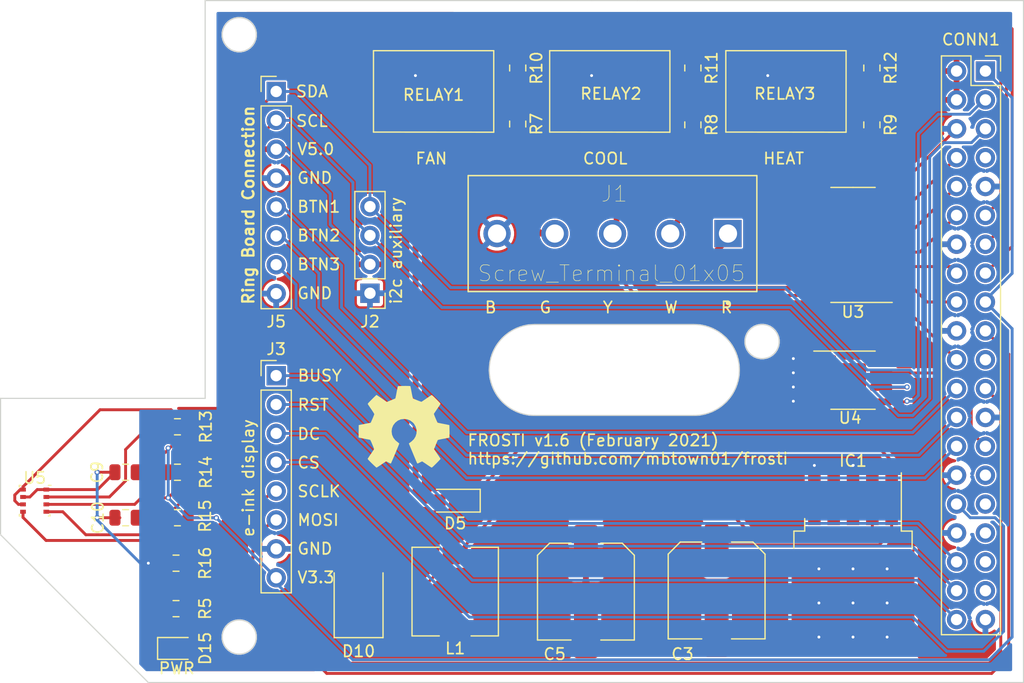
<source format=kicad_pcb>
(kicad_pcb (version 20171130) (host pcbnew "(5.1.5-0-10_14)")
  (title_block (date "15 nov 2012"))
  (layers (0 F.Cu signal) (31 B.Cu signal) (34 B.Paste user) (35 F.Paste user) (36 B.SilkS user) (37 F.SilkS user) (38 B.Mask user) (39 F.Mask user) (44 Edge.Cuts user))
  (net 0 "")
  (net 1 /PWR_3.3V)
  (net 2 /PWR_5V)
  (net 3 "/HVAC_PWR(RED)")
  (net 4 "/HVAC_FAN(GREEN)")
  (net 5 "/HVAC_COOL(YELLOW)")
  (net 6 "/HVAC_HEAT(WHITE)")
  (net 7 GND)
  (net 8 "Net-(R8-Pad2)")
  (net 9 "Net-(R9-Pad2)")
  (net 10 "Net-(R11-Pad1)")
  (net 11 "Net-(R12-Pad1)")
  (net 12 "Net-(C3-Pad1)")
  (net 13 "Net-(D10-Pad1)")
  (net 14 /MAIN_SCL)
  (net 15 /MAIN_SDA)
  (net 16 /MAIN_BTN1)
  (net 17 /MAIN_BTN2)
  (net 18 /MAIN_BTN3)
  (net 19 /MAIN_FAN_FDBK)
  (net 20 /MAIN_COOL_FDBK)
  (net 21 /MAIN_HEAT_FDBK)
  (net 22 /MAIN_FAN_LEFT)
  (net 23 /MAIN_COOL_LEFT)
  (net 24 /MAIN_HEAT_LEFT)
  (net 25 /MAIN_HEAT_RIGHT)
  (net 26 /MAIN_COOL_RIGHT)
  (net 27 /MAIN_FAN_RIGHT)
  (net 28 /MAIN_STRG_WP)
  (net 29 /MAIN_EINK_SCLK)
  (net 30 /MAIN_EINK_MOSI)
  (net 31 /MAIN_EINK_DC)
  (net 32 /MAIN_EINK_BUSY)
  (net 33 /MAIN_EINK_RST)
  (net 34 /MAIN_EINK_CS)
  (net 35 "Net-(D15-Pad1)")
  (net 36 "Net-(R13-Pad2)")
  (net 37 "Net-(R16-Pad1)")
  (net 38 "Net-(R7-Pad2)")
  (net 39 "Net-(R10-Pad1)")
  (module Capacitor_SMD:C_Elec_8x10.2 (layer F.Cu) (at 197.5 172 270)
    (fp_text reference C5 (at 5.5 2.75 180) (layer F.SilkS))
    (fp_text value 100uF/50V)
    (pad 1 smd roundrect (at -3.6 0 270) (size 4.5 2.1) (layers F.Cu F.Paste F.Mask) (roundrect_rratio 0.119048) (net 2 /PWR_5V))
    (pad 2 smd roundrect (at 3.6 0 270) (size 4.5 2.1) (layers F.Cu F.Paste F.Mask) (roundrect_rratio 0.119048) (net 7 GND))
  )
  (module Package_TO_SOT_SMD:TO-263-5_TabPin3 (layer F.Cu) (at 221 169.625001 270)
    (fp_text reference IC1 (at -9.125001 0 180) (layer F.SilkS))
    (fp_text value LM2596S-5)
    (pad 3 smd rect (at 3.375 0 270) (size 9.4 10.8) (layers F.Cu F.Mask) (net 7 GND))
    (pad 5 smd rect (at -5.775 3.4 270) (size 4.6 1.1) (layers F.Cu F.Paste F.Mask) (net 7 GND))
    (pad 4 smd rect (at -5.775 1.7 270) (size 4.6 1.1) (layers F.Cu F.Paste F.Mask) (net 2 /PWR_5V))
    (pad 3 smd rect (at -5.775 0 270) (size 4.6 1.1) (layers F.Cu F.Paste F.Mask) (net 7 GND))
    (pad 2 smd rect (at -5.775 -1.7 270) (size 4.6 1.1) (layers F.Cu F.Paste F.Mask) (net 13 "Net-(D10-Pad1)"))
    (pad 1 smd rect (at -5.775 -3.4 270) (size 4.6 1.1) (layers F.Cu F.Paste F.Mask) (net 12 "Net-(C3-Pad1)"))
  )
  (module Package_SO:SOIC-16_3.9x9.9mm_P1.27mm (layer F.Cu) (at 221 141.5 180)
    (fp_text reference U3 (at 0 -5.9) (layer F.SilkS))
    (fp_text value ULN2003AD)
    (pad 1 smd roundrect (at -2.475 -4.445 180) (size 1.95 0.6) (layers F.Cu F.Paste F.Mask) (net 22 /MAIN_FAN_LEFT))
    (pad 2 smd roundrect (at -2.475 -3.175 180) (size 1.95 0.6) (layers F.Cu F.Paste F.Mask) (net 23 /MAIN_COOL_LEFT))
    (pad 3 smd roundrect (at -2.475 -1.905 180) (size 1.95 0.6) (layers F.Cu F.Paste F.Mask) (net 24 /MAIN_HEAT_LEFT))
    (pad 4 smd roundrect (at -2.475 -0.635 180) (size 1.95 0.6) (layers F.Cu F.Paste F.Mask) (net 25 /MAIN_HEAT_RIGHT))
    (pad 5 smd roundrect (at -2.475 0.635 180) (size 1.95 0.6) (layers F.Cu F.Paste F.Mask) (net 26 /MAIN_COOL_RIGHT))
    (pad 6 smd roundrect (at -2.475 1.905 180) (size 1.95 0.6) (layers F.Cu F.Paste F.Mask) (net 27 /MAIN_FAN_RIGHT))
    (pad 7 smd roundrect (at -2.475 3.175 180) (size 1.95 0.6) (layers F.Cu F.Paste F.Mask))
    (pad 8 smd roundrect (at -2.475 4.445 180) (size 1.95 0.6) (layers F.Cu F.Paste F.Mask) (net 7 GND))
    (pad 9 smd roundrect (at 2.475 4.445 180) (size 1.95 0.6) (layers F.Cu F.Paste F.Mask))
    (pad 10 smd roundrect (at 2.475 3.175 180) (size 1.95 0.6) (layers F.Cu F.Paste F.Mask))
    (pad 11 smd roundrect (at 2.475 1.905 180) (size 1.95 0.6) (layers F.Cu F.Paste F.Mask) (net 39 "Net-(R10-Pad1)"))
    (pad 12 smd roundrect (at 2.475 0.635 180) (size 1.95 0.6) (layers F.Cu F.Paste F.Mask) (net 10 "Net-(R11-Pad1)"))
    (pad 13 smd roundrect (at 2.475 -0.635 180) (size 1.95 0.6) (layers F.Cu F.Paste F.Mask) (net 11 "Net-(R12-Pad1)"))
    (pad 14 smd roundrect (at 2.475 -1.905 180) (size 1.95 0.6) (layers F.Cu F.Paste F.Mask) (net 9 "Net-(R9-Pad2)"))
    (pad 15 smd roundrect (at 2.475 -3.175 180) (size 1.95 0.6) (layers F.Cu F.Paste F.Mask) (net 8 "Net-(R8-Pad2)"))
    (pad 16 smd roundrect (at 2.475 -4.445 180) (size 1.95 0.6) (layers F.Cu F.Paste F.Mask) (net 38 "Net-(R7-Pad2)"))
  )
  (module Connector_PinSocket_2.54mm:PinSocket_2x20_P2.54mm_Vertical (layer F.Cu) (at 232.65 126.2)
    (fp_text reference CONN1 (at -1.27 -2.77) (layer F.SilkS))
    (fp_text value Conn_02x20_Odd_Even)
    (pad 40 thru_hole oval (at -2.54 48.26) (size 1.7 1.7) (drill 1) (layers *.Cu *.Mask) (net 31 /MAIN_EINK_DC))
    (pad 39 thru_hole oval (at 0 48.26) (size 1.7 1.7) (drill 1) (layers *.Cu *.Mask) (net 7 GND))
    (pad 38 thru_hole oval (at -2.54 45.72) (size 1.7 1.7) (drill 1) (layers *.Cu *.Mask) (net 33 /MAIN_EINK_RST))
    (pad 37 thru_hole oval (at 0 45.72) (size 1.7 1.7) (drill 1) (layers *.Cu *.Mask))
    (pad 36 thru_hole oval (at -2.54 43.18) (size 1.7 1.7) (drill 1) (layers *.Cu *.Mask) (net 32 /MAIN_EINK_BUSY))
    (pad 35 thru_hole oval (at 0 43.18) (size 1.7 1.7) (drill 1) (layers *.Cu *.Mask))
    (pad 34 thru_hole oval (at -2.54 40.64) (size 1.7 1.7) (drill 1) (layers *.Cu *.Mask) (net 7 GND))
    (pad 33 thru_hole oval (at 0 40.64) (size 1.7 1.7) (drill 1) (layers *.Cu *.Mask))
    (pad 32 thru_hole oval (at -2.54 38.1) (size 1.7 1.7) (drill 1) (layers *.Cu *.Mask) (net 34 /MAIN_EINK_CS))
    (pad 31 thru_hole oval (at 0 38.1) (size 1.7 1.7) (drill 1) (layers *.Cu *.Mask))
    (pad 30 thru_hole oval (at -2.54 35.56) (size 1.7 1.7) (drill 1) (layers *.Cu *.Mask) (net 7 GND))
    (pad 29 thru_hole oval (at 0 35.56) (size 1.7 1.7) (drill 1) (layers *.Cu *.Mask))
    (pad 28 thru_hole oval (at -2.54 33.02) (size 1.7 1.7) (drill 1) (layers *.Cu *.Mask) (net 18 /MAIN_BTN3))
    (pad 27 thru_hole oval (at 0 33.02) (size 1.7 1.7) (drill 1) (layers *.Cu *.Mask) (net 28 /MAIN_STRG_WP))
    (pad 26 thru_hole oval (at -2.54 30.48) (size 1.7 1.7) (drill 1) (layers *.Cu *.Mask) (net 17 /MAIN_BTN2))
    (pad 25 thru_hole oval (at 0 30.48) (size 1.7 1.7) (drill 1) (layers *.Cu *.Mask) (net 7 GND))
    (pad 24 thru_hole oval (at -2.54 27.94) (size 1.7 1.7) (drill 1) (layers *.Cu *.Mask) (net 16 /MAIN_BTN1))
    (pad 23 thru_hole oval (at 0 27.94) (size 1.7 1.7) (drill 1) (layers *.Cu *.Mask) (net 30 /MAIN_EINK_MOSI))
    (pad 22 thru_hole oval (at -2.54 25.4) (size 1.7 1.7) (drill 1) (layers *.Cu *.Mask) (net 22 /MAIN_FAN_LEFT))
    (pad 21 thru_hole oval (at 0 25.4) (size 1.7 1.7) (drill 1) (layers *.Cu *.Mask))
    (pad 20 thru_hole oval (at -2.54 22.86) (size 1.7 1.7) (drill 1) (layers *.Cu *.Mask) (net 7 GND))
    (pad 19 thru_hole oval (at 0 22.86) (size 1.7 1.7) (drill 1) (layers *.Cu *.Mask) (net 29 /MAIN_EINK_SCLK))
    (pad 18 thru_hole oval (at -2.54 20.32) (size 1.7 1.7) (drill 1) (layers *.Cu *.Mask) (net 23 /MAIN_COOL_LEFT))
    (pad 17 thru_hole oval (at 0 20.32) (size 1.7 1.7) (drill 1) (layers *.Cu *.Mask) (net 1 /PWR_3.3V))
    (pad 16 thru_hole oval (at -2.54 17.78) (size 1.7 1.7) (drill 1) (layers *.Cu *.Mask) (net 24 /MAIN_HEAT_LEFT))
    (pad 15 thru_hole oval (at 0 17.78) (size 1.7 1.7) (drill 1) (layers *.Cu *.Mask) (net 19 /MAIN_FAN_FDBK))
    (pad 14 thru_hole oval (at -2.54 15.24) (size 1.7 1.7) (drill 1) (layers *.Cu *.Mask) (net 7 GND))
    (pad 13 thru_hole oval (at 0 15.24) (size 1.7 1.7) (drill 1) (layers *.Cu *.Mask) (net 20 /MAIN_COOL_FDBK))
    (pad 12 thru_hole oval (at -2.54 12.7) (size 1.7 1.7) (drill 1) (layers *.Cu *.Mask) (net 25 /MAIN_HEAT_RIGHT))
    (pad 11 thru_hole oval (at 0 12.7) (size 1.7 1.7) (drill 1) (layers *.Cu *.Mask) (net 21 /MAIN_HEAT_FDBK))
    (pad 10 thru_hole oval (at -2.54 10.16) (size 1.7 1.7) (drill 1) (layers *.Cu *.Mask) (net 26 /MAIN_COOL_RIGHT))
    (pad 9 thru_hole oval (at 0 10.16) (size 1.7 1.7) (drill 1) (layers *.Cu *.Mask) (net 7 GND))
    (pad 8 thru_hole oval (at -2.54 7.62) (size 1.7 1.7) (drill 1) (layers *.Cu *.Mask) (net 27 /MAIN_FAN_RIGHT))
    (pad 7 thru_hole oval (at 0 7.62) (size 1.7 1.7) (drill 1) (layers *.Cu *.Mask))
    (pad 6 thru_hole oval (at -2.54 5.08) (size 1.7 1.7) (drill 1) (layers *.Cu *.Mask) (net 7 GND))
    (pad 5 thru_hole oval (at 0 5.08) (size 1.7 1.7) (drill 1) (layers *.Cu *.Mask) (net 14 /MAIN_SCL))
    (pad 4 thru_hole oval (at -2.54 2.54) (size 1.7 1.7) (drill 1) (layers *.Cu *.Mask) (net 2 /PWR_5V))
    (pad 3 thru_hole oval (at 0 2.54) (size 1.7 1.7) (drill 1) (layers *.Cu *.Mask) (net 15 /MAIN_SDA))
    (pad 2 thru_hole oval (at -2.54 0) (size 1.7 1.7) (drill 1) (layers *.Cu *.Mask) (net 2 /PWR_5V))
    (pad 1 thru_hole rect (at 0 0) (size 1.7 1.7) (drill 1) (layers *.Cu *.Mask) (net 1 /PWR_3.3V))
  )
  (module project_footprints:oshw-logo-8_silkscreen-front_8mm (layer F.Cu) (at 181.5 157.5)
    (fp_text reference MK1 hide)
    (fp_text value Mounting_Hole-Mechanical hide)
  )
  (module project_footprints:AGQ210A03 (layer F.Cu) (at 214.910001 127.37 180)
    (fp_text reference RELAY3 (at -0.089999 -0.83) (layer F.SilkS))
    (fp_text value HEAT)
    (pad 1 smd roundrect (at -3.9624 2.9464 180) (size 0.8 2.66) (layers F.Cu F.Paste F.Mask) (net 11 "Net-(R12-Pad1)"))
    (pad 2 smd roundrect (at -0.7874 2.9464 180) (size 0.8 2.66) (layers F.Cu F.Paste F.Mask) (net 21 /MAIN_HEAT_FDBK))
    (pad 3 smd roundrect (at 1.4224 2.9464 180) (size 0.8 2.66) (layers F.Cu F.Paste F.Mask) (net 7 GND))
    (pad 4 smd roundrect (at 3.5814 2.9464 180) (size 0.8 2.66) (layers F.Cu F.Paste F.Mask))
    (pad 5 smd roundrect (at 3.5814 -4.2926 180) (size 0.8 2.66) (layers F.Cu F.Paste F.Mask))
    (pad 6 smd roundrect (at 1.397 -4.318 180) (size 0.8 2.66) (layers F.Cu F.Paste F.Mask) (net 3 "/HVAC_PWR(RED)"))
    (pad 7 smd roundrect (at -0.7874 -4.2926 180) (size 0.8 2.66) (layers F.Cu F.Paste F.Mask) (net 6 "/HVAC_HEAT(WHITE)"))
    (pad 8 smd roundrect (at -3.8862 -4.2926 180) (size 0.8 2.66) (layers F.Cu F.Paste F.Mask) (net 9 "Net-(R9-Pad2)"))
  )
  (module project_footprints:AGQ210A03 (layer F.Cu) (at 199.409999 127.37 180)
    (fp_text reference RELAY2 (at -0.290001 -0.83) (layer F.SilkS))
    (fp_text value COOL)
    (pad 1 smd roundrect (at -3.9624 2.9464 180) (size 0.8 2.66) (layers F.Cu F.Paste F.Mask) (net 10 "Net-(R11-Pad1)"))
    (pad 2 smd roundrect (at -0.7874 2.9464 180) (size 0.8 2.66) (layers F.Cu F.Paste F.Mask) (net 20 /MAIN_COOL_FDBK))
    (pad 3 smd roundrect (at 1.4224 2.9464 180) (size 0.8 2.66) (layers F.Cu F.Paste F.Mask) (net 7 GND))
    (pad 4 smd roundrect (at 3.5814 2.9464 180) (size 0.8 2.66) (layers F.Cu F.Paste F.Mask))
    (pad 5 smd roundrect (at 3.5814 -4.2926 180) (size 0.8 2.66) (layers F.Cu F.Paste F.Mask))
    (pad 6 smd roundrect (at 1.397 -4.318 180) (size 0.8 2.66) (layers F.Cu F.Paste F.Mask) (net 3 "/HVAC_PWR(RED)"))
    (pad 7 smd roundrect (at -0.7874 -4.2926 180) (size 0.8 2.66) (layers F.Cu F.Paste F.Mask) (net 5 "/HVAC_COOL(YELLOW)"))
    (pad 8 smd roundrect (at -3.8862 -4.2926 180) (size 0.8 2.66) (layers F.Cu F.Paste F.Mask) (net 8 "Net-(R8-Pad2)"))
  )
  (module project_footprints:AGQ210A03 (layer F.Cu) (at 183.91 127.37 180)
    (fp_text reference RELAY1 (at -0.19 -0.93) (layer F.SilkS))
    (fp_text value FAN)
    (pad 1 smd roundrect (at -3.9624 2.9464 180) (size 0.8 2.66) (layers F.Cu F.Paste F.Mask) (net 39 "Net-(R10-Pad1)"))
    (pad 2 smd roundrect (at -0.7874 2.9464 180) (size 0.8 2.66) (layers F.Cu F.Paste F.Mask) (net 19 /MAIN_FAN_FDBK))
    (pad 3 smd roundrect (at 1.4224 2.9464 180) (size 0.8 2.66) (layers F.Cu F.Paste F.Mask) (net 7 GND))
    (pad 4 smd roundrect (at 3.5814 2.9464 180) (size 0.8 2.66) (layers F.Cu F.Paste F.Mask))
    (pad 5 smd roundrect (at 3.5814 -4.2926 180) (size 0.8 2.66) (layers F.Cu F.Paste F.Mask))
    (pad 6 smd roundrect (at 1.397 -4.318 180) (size 0.8 2.66) (layers F.Cu F.Paste F.Mask) (net 3 "/HVAC_PWR(RED)"))
    (pad 7 smd roundrect (at -0.7874 -4.2926 180) (size 0.8 2.66) (layers F.Cu F.Paste F.Mask) (net 4 "/HVAC_FAN(GREEN)"))
    (pad 8 smd roundrect (at -3.8862 -4.2926 180) (size 0.8 2.66) (layers F.Cu F.Paste F.Mask) (net 38 "Net-(R7-Pad2)"))
  )
  (module Connector_PinHeader_2.54mm:PinHeader_1x08_P2.54mm_Vertical (layer F.Cu) (at 170.25 153)
    (fp_text reference J3 (at 0 -2.33) (layer F.SilkS))
    (fp_text value "E-PAPER DISPLAY")
    (pad 8 thru_hole oval (at 0 17.78) (size 1.7 1.7) (drill 1) (layers *.Cu *.Mask) (net 1 /PWR_3.3V))
    (pad 7 thru_hole oval (at 0 15.24) (size 1.7 1.7) (drill 1) (layers *.Cu *.Mask) (net 7 GND))
    (pad 6 thru_hole oval (at 0 12.7) (size 1.7 1.7) (drill 1) (layers *.Cu *.Mask) (net 30 /MAIN_EINK_MOSI))
    (pad 5 thru_hole oval (at 0 10.16) (size 1.7 1.7) (drill 1) (layers *.Cu *.Mask) (net 29 /MAIN_EINK_SCLK))
    (pad 4 thru_hole oval (at 0 7.62) (size 1.7 1.7) (drill 1) (layers *.Cu *.Mask) (net 34 /MAIN_EINK_CS))
    (pad 3 thru_hole oval (at 0 5.08) (size 1.7 1.7) (drill 1) (layers *.Cu *.Mask) (net 31 /MAIN_EINK_DC))
    (pad 2 thru_hole oval (at 0 2.54) (size 1.7 1.7) (drill 1) (layers *.Cu *.Mask) (net 33 /MAIN_EINK_RST))
    (pad 1 thru_hole rect (at 0 0) (size 1.7 1.7) (drill 1) (layers *.Cu *.Mask) (net 32 /MAIN_EINK_BUSY))
  )
  (module Package_SO:SOIC-8-1EP_3.9x4.9mm_P1.27mm_EP2.29x3mm (layer F.Cu) (at 221 153.4)
    (fp_text reference U4 (at -0.25 3.32) (layer F.SilkS))
    (fp_text value CAT24C256)
    (pad 9 smd roundrect (at 0 0) (size 2.29 3) (layers F.Cu F.Mask) (roundrect_rratio 0.10917))
    (pad 1 smd roundrect (at -2.475 -1.905) (size 1.95 0.6) (layers F.Cu F.Paste F.Mask) (net 7 GND))
    (pad 2 smd roundrect (at -2.475 -0.635) (size 1.95 0.6) (layers F.Cu F.Paste F.Mask) (net 7 GND))
    (pad 3 smd roundrect (at -2.475 0.635) (size 1.95 0.6) (layers F.Cu F.Paste F.Mask) (net 7 GND))
    (pad 4 smd roundrect (at -2.475 1.905) (size 1.95 0.6) (layers F.Cu F.Paste F.Mask) (net 7 GND))
    (pad 5 smd roundrect (at 2.475 1.905) (size 1.95 0.6) (layers F.Cu F.Paste F.Mask) (net 15 /MAIN_SDA))
    (pad 6 smd roundrect (at 2.475 0.635) (size 1.95 0.6) (layers F.Cu F.Paste F.Mask) (net 14 /MAIN_SCL))
    (pad 7 smd roundrect (at 2.475 -0.635) (size 1.95 0.6) (layers F.Cu F.Paste F.Mask) (net 28 /MAIN_STRG_WP))
    (pad 8 smd roundrect (at 2.475 -1.905) (size 1.95 0.6) (layers F.Cu F.Paste F.Mask) (net 2 /PWR_5V))
  )
  (module Inductor_SMD:L_Wuerth_WE-PD-Typ-M-Typ-S (layer F.Cu) (at 186 172 270)
    (fp_text reference L1 (at 5 0 180) (layer F.SilkS))
    (fp_text value 150uH)
    (pad 2 smd rect (at 3.2 0 270) (size 1.6 2.2) (layers F.Cu F.Paste F.Mask) (net 2 /PWR_5V))
    (pad 1 smd rect (at -3.2 0 270) (size 1.6 2.2) (layers F.Cu F.Paste F.Mask) (net 13 "Net-(D10-Pad1)"))
  )
  (module Connector_PinHeader_2.54mm:PinHeader_1x08_P2.54mm_Vertical (layer F.Cu) (at 170.25 128)
    (fp_text reference J5 (at 0 20.25) (layer F.SilkS))
    (fp_text value "MAIN BOARD")
    (pad 1 thru_hole rect (at 0 0) (size 1.7 1.7) (drill 1) (layers *.Cu *.Mask) (net 15 /MAIN_SDA))
    (pad 2 thru_hole oval (at 0 2.54) (size 1.7 1.7) (drill 1) (layers *.Cu *.Mask) (net 14 /MAIN_SCL))
    (pad 3 thru_hole oval (at 0 5.08) (size 1.7 1.7) (drill 1) (layers *.Cu *.Mask) (net 2 /PWR_5V))
    (pad 4 thru_hole oval (at 0 7.62) (size 1.7 1.7) (drill 1) (layers *.Cu *.Mask) (net 7 GND))
    (pad 5 thru_hole oval (at 0 10.16) (size 1.7 1.7) (drill 1) (layers *.Cu *.Mask) (net 16 /MAIN_BTN1))
    (pad 6 thru_hole oval (at 0 12.7) (size 1.7 1.7) (drill 1) (layers *.Cu *.Mask) (net 17 /MAIN_BTN2))
    (pad 7 thru_hole oval (at 0 15.24) (size 1.7 1.7) (drill 1) (layers *.Cu *.Mask) (net 18 /MAIN_BTN3))
    (pad 8 thru_hole oval (at 0 17.78) (size 1.7 1.7) (drill 1) (layers *.Cu *.Mask) (net 7 GND))
  )
  (module Resistor_SMD:R_0805_2012Metric (layer F.Cu) (at 161.4375 173.5 180)
    (fp_text reference R5 (at -2.5625 0 90) (layer F.SilkS))
    (fp_text value 7.3k)
    (pad 2 smd roundrect (at 0.9375 0 180) (size 0.975 1.4) (layers F.Cu F.Paste F.Mask) (net 35 "Net-(D15-Pad1)"))
    (pad 1 smd roundrect (at -0.9375 0 180) (size 0.975 1.4) (layers F.Cu F.Paste F.Mask) (net 7 GND))
  )
  (module Resistor_SMD:R_0805_2012Metric (layer F.Cu) (at 222.66 125.932499 270)
    (fp_text reference R12 (at 0 -1.65 90) (layer F.SilkS))
    (fp_text value 64)
    (pad 1 smd roundrect (at -0.9375 0 270) (size 0.975 1.4) (layers F.Cu F.Paste F.Mask) (net 11 "Net-(R12-Pad1)"))
    (pad 2 smd roundrect (at 0.9375 0 270) (size 0.975 1.4) (layers F.Cu F.Paste F.Mask) (net 2 /PWR_5V))
  )
  (module Resistor_SMD:R_0805_2012Metric (layer F.Cu) (at 206.91 125.932499 270)
    (fp_text reference R11 (at 0 -1.65 90) (layer F.SilkS))
    (fp_text value 64)
    (pad 1 smd roundrect (at -0.9375 0 270) (size 0.975 1.4) (layers F.Cu F.Paste F.Mask) (net 10 "Net-(R11-Pad1)"))
    (pad 2 smd roundrect (at 0.9375 0 270) (size 0.975 1.4) (layers F.Cu F.Paste F.Mask) (net 2 /PWR_5V))
  )
  (module Resistor_SMD:R_0805_2012Metric (layer F.Cu) (at 191.5 125.932499 270)
    (fp_text reference R10 (at 0 -1.65 90) (layer F.SilkS))
    (fp_text value 64)
    (pad 2 smd roundrect (at 0.9375 0 270) (size 0.975 1.4) (layers F.Cu F.Paste F.Mask) (net 2 /PWR_5V))
    (pad 1 smd roundrect (at -0.9375 0 270) (size 0.975 1.4) (layers F.Cu F.Paste F.Mask) (net 39 "Net-(R10-Pad1)"))
  )
  (module Resistor_SMD:R_0805_2012Metric (layer F.Cu) (at 222.66 130.932499 270)
    (fp_text reference R9 (at 0 -1.65 90) (layer F.SilkS))
    (fp_text value 64)
    (pad 1 smd roundrect (at -0.9375 0 270) (size 0.975 1.4) (layers F.Cu F.Paste F.Mask) (net 2 /PWR_5V))
    (pad 2 smd roundrect (at 0.9375 0 270) (size 0.975 1.4) (layers F.Cu F.Paste F.Mask) (net 9 "Net-(R9-Pad2)"))
  )
  (module Resistor_SMD:R_0805_2012Metric (layer F.Cu) (at 206.91 130.932499 270)
    (fp_text reference R8 (at 0 -1.65 90) (layer F.SilkS))
    (fp_text value 64)
    (pad 1 smd roundrect (at -0.9375 0 270) (size 0.975 1.4) (layers F.Cu F.Paste F.Mask) (net 2 /PWR_5V))
    (pad 2 smd roundrect (at 0.9375 0 270) (size 0.975 1.4) (layers F.Cu F.Paste F.Mask) (net 8 "Net-(R8-Pad2)"))
  )
  (module Resistor_SMD:R_0805_2012Metric (layer F.Cu) (at 191.5 130.8625 270)
    (fp_text reference R7 (at 0 -1.65 90) (layer F.SilkS))
    (fp_text value 64)
    (pad 2 smd roundrect (at 0.9375 0 270) (size 0.975 1.4) (layers F.Cu F.Paste F.Mask) (net 38 "Net-(R7-Pad2)"))
    (pad 1 smd roundrect (at -0.9375 0 270) (size 0.975 1.4) (layers F.Cu F.Paste F.Mask) (net 2 /PWR_5V))
  )
  (module Resistor_SMD:R_0805_2012Metric (layer F.Cu) (at 161.562499 157.499999 180)
    (fp_text reference R13 (at -2.5 0 270) (layer F.SilkS))
    (fp_text value 10k)
    (pad 2 smd roundrect (at 0.9375 0 180) (size 0.975 1.4) (layers F.Cu F.Paste F.Mask) (net 36 "Net-(R13-Pad2)"))
    (pad 1 smd roundrect (at -0.9375 0 180) (size 0.975 1.4) (layers F.Cu F.Paste F.Mask) (net 1 /PWR_3.3V))
  )
  (module Connector_PinHeader_2.54mm:PinHeader_1x04_P2.54mm_Vertical (layer F.Cu) (at 178.5 145.75 180)
    (fp_text reference J2 (at 0 -2.5) (layer F.SilkS))
    (fp_text value Conn_01x04)
    (pad 1 thru_hole rect (at 0 0 180) (size 1.7 1.7) (drill 1) (layers *.Cu *.Mask) (net 7 GND))
    (pad 2 thru_hole oval (at 0 2.54 180) (size 1.7 1.7) (drill 1) (layers *.Cu *.Mask) (net 2 /PWR_5V))
    (pad 3 thru_hole oval (at 0 5.08 180) (size 1.7 1.7) (drill 1) (layers *.Cu *.Mask) (net 14 /MAIN_SCL))
    (pad 4 thru_hole oval (at 0 7.62 180) (size 1.7 1.7) (drill 1) (layers *.Cu *.Mask) (net 15 /MAIN_SDA))
  )
  (module Package_LGA:Bosch_LGA-8_2.5x2.5mm_P0.65mm_ClockwisePinNumbering (layer F.Cu) (at 149 164 270)
    (fp_text reference U5 (at -2 0 180) (layer F.SilkS))
    (fp_text value BME280)
    (pad 5 smd rect (at 0.975 1.025) (size 0.5 0.35) (layers F.Cu F.Paste F.Mask) (net 37 "Net-(R16-Pad1)"))
    (pad 6 smd rect (at 0.325 1.025) (size 0.5 0.35) (layers F.Cu F.Paste F.Mask) (net 1 /PWR_3.3V))
    (pad 7 smd rect (at -0.325 1.025) (size 0.5 0.35) (layers F.Cu F.Paste F.Mask) (net 7 GND))
    (pad 8 smd rect (at -0.975 1.025) (size 0.5 0.35) (layers F.Cu F.Paste F.Mask) (net 1 /PWR_3.3V))
    (pad 1 smd rect (at -0.975 -1.025) (size 0.5 0.35) (layers F.Cu F.Paste F.Mask) (net 7 GND))
    (pad 2 smd rect (at -0.325 -1.025) (size 0.5 0.35) (layers F.Cu F.Paste F.Mask) (net 36 "Net-(R13-Pad2)"))
    (pad 3 smd rect (at 0.325 -1.025) (size 0.5 0.35) (layers F.Cu F.Paste F.Mask) (net 15 /MAIN_SDA))
    (pad 4 smd rect (at 0.975 -1.025) (size 0.5 0.35) (layers F.Cu F.Paste F.Mask) (net 14 /MAIN_SCL))
  )
  (module project_footprints:CUI_TB004-508-05BE (layer F.Cu) (at 210 140.5 180)
    (fp_text reference J1 (at 10 3.5) (layer F.SilkS) (effects (font (size 1.4 1.4) (thickness 0.05))))
    (fp_text value Screw_Terminal_01x05 (at 10.25 -3.5) (layer F.SilkS) (effects (font (size 1.4 1.4) (thickness 0.05))))
    (pad 5 thru_hole circle (at 20.32 0 180) (size 2.4 2.4) (drill 1.6) (layers *.Cu *.Mask) (net 7 GND))
    (pad 4 thru_hole circle (at 15.24 0 180) (size 2.4 2.4) (drill 1.6) (layers *.Cu *.Mask) (net 4 "/HVAC_FAN(GREEN)"))
    (pad 3 thru_hole circle (at 10.16 0 180) (size 2.4 2.4) (drill 1.6) (layers *.Cu *.Mask) (net 5 "/HVAC_COOL(YELLOW)"))
    (pad 2 thru_hole circle (at 5.08 0 180) (size 2.4 2.4) (drill 1.6) (layers *.Cu *.Mask) (net 6 "/HVAC_HEAT(WHITE)"))
    (pad 1 thru_hole rect (at 0 0 180) (size 2.4 2.4) (drill 1.6) (layers *.Cu *.Mask) (net 3 "/HVAC_PWR(RED)"))
  )
  (module LED_SMD:LED_0805_2012Metric (layer F.Cu) (at 161.5 177)
    (fp_text reference D15 (at 2.5 0 90) (layer F.SilkS))
    (fp_text value Green)
    (pad 2 smd roundrect (at 0.9375 0) (size 0.975 1.4) (layers F.Cu F.Paste F.Mask) (net 2 /PWR_5V))
    (pad 1 smd roundrect (at -0.9375 0) (size 0.975 1.4) (layers F.Cu F.Paste F.Mask) (net 35 "Net-(D15-Pad1)"))
  )
  (module Diode_SMD:D_SMB (layer F.Cu) (at 177.5 172.5 90)
    (fp_text reference D10 (at -4.75 0 180) (layer F.SilkS))
    (fp_text value SS24)
    (pad 1 smd rect (at -2.15 0 90) (size 2.5 2.3) (layers F.Cu F.Paste F.Mask) (net 13 "Net-(D10-Pad1)"))
    (pad 2 smd rect (at 2.15 0 90) (size 2.5 2.3) (layers F.Cu F.Paste F.Mask) (net 7 GND))
  )
  (module Diode_SMD:D_SOD-123F (layer F.Cu) (at 186 164 180)
    (fp_text reference D5 (at 0 -2) (layer F.SilkS))
    (fp_text value S1A)
    (pad 2 smd rect (at 1.4 0 180) (size 1.1 1.1) (layers F.Cu F.Paste F.Mask) (net 3 "/HVAC_PWR(RED)"))
    (pad 1 smd rect (at -1.4 0 180) (size 1.1 1.1) (layers F.Cu F.Paste F.Mask) (net 12 "Net-(C3-Pad1)"))
  )
  (module Capacitor_SMD:C_Elec_8x10.2 (layer F.Cu) (at 209 171.9 270)
    (fp_text reference C3 (at 5.6 3 180) (layer F.SilkS))
    (fp_text value 100uF/50V)
    (pad 1 smd roundrect (at -3.6 0 270) (size 4.5 2.1) (layers F.Cu F.Paste F.Mask) (roundrect_rratio 0.119048) (net 12 "Net-(C3-Pad1)"))
    (pad 2 smd roundrect (at 3.6 0 270) (size 4.5 2.1) (layers F.Cu F.Paste F.Mask) (roundrect_rratio 0.119048) (net 7 GND))
  )
  (module Resistor_SMD:R_0805_2012Metric (layer F.Cu) (at 161.562499 165.499999 180)
    (fp_text reference R15 (at -2.4375 0.15 270) (layer F.SilkS))
    (fp_text value 10k)
    (pad 2 smd roundrect (at 0.9375 0 180) (size 0.975 1.4) (layers F.Cu F.Paste F.Mask) (net 14 /MAIN_SCL))
    (pad 1 smd roundrect (at -0.9375 0 180) (size 0.975 1.4) (layers F.Cu F.Paste F.Mask) (net 1 /PWR_3.3V))
  )
  (module Resistor_SMD:R_0805_2012Metric (layer F.Cu) (at 161.562501 161.499999 180)
    (fp_text reference R14 (at -2.5 0 270) (layer F.SilkS))
    (fp_text value 10k)
    (pad 2 smd roundrect (at 0.9375 0 180) (size 0.975 1.4) (layers F.Cu F.Paste F.Mask) (net 15 /MAIN_SDA))
    (pad 1 smd roundrect (at -0.9375 0 180) (size 0.975 1.4) (layers F.Cu F.Paste F.Mask) (net 1 /PWR_3.3V))
  )
  (module Resistor_SMD:R_0805_2012Metric (layer F.Cu) (at 161.4375 169.5 180)
    (fp_text reference R16 (at -2.5625 0 270) (layer F.SilkS))
    (fp_text value 10k)
    (pad 2 smd roundrect (at 0.9375 0 180) (size 0.975 1.4) (layers F.Cu F.Paste F.Mask) (net 7 GND))
    (pad 1 smd roundrect (at -0.9375 0 180) (size 0.975 1.4) (layers F.Cu F.Paste F.Mask) (net 37 "Net-(R16-Pad1)"))
  )
  (module Capacitor_SMD:C_0805_2012Metric (layer F.Cu) (at 157 165.5 180)
    (fp_text reference C10 (at 2.4375 0 270) (layer F.SilkS))
    (fp_text value 100nF)
    (pad 1 smd roundrect (at -0.9375 0 180) (size 0.975 1.4) (layers F.Cu F.Paste F.Mask) (net 1 /PWR_3.3V))
    (pad 2 smd roundrect (at 0.9375 0 180) (size 0.975 1.4) (layers F.Cu F.Paste F.Mask) (net 7 GND))
  )
  (module Capacitor_SMD:C_0805_2012Metric (layer F.Cu) (at 157 161.5 180)
    (fp_text reference C9 (at 2.5 0 270) (layer F.SilkS))
    (fp_text value 1uF)
    (pad 1 smd roundrect (at -0.9375 0 180) (size 0.975 1.4) (layers F.Cu F.Paste F.Mask) (net 1 /PWR_3.3V))
    (pad 2 smd roundrect (at 0.9375 0 180) (size 0.975 1.4) (layers F.Cu F.Paste F.Mask) (net 7 GND))
  )
  (gr_line (start 202 180) (end 198.000002 180) (layer Edge.Cuts) (width 0.1))
  (gr_line (start 236 148) (end 236 151.999998) (layer Edge.Cuts) (width 0.1))
  (gr_line (start 202 120) (end 197.999999 120) (layer Edge.Cuts) (width 0.1))
  (gr_text HEAT (at 214.9 133.9) (layer F.SilkS) (effects (font (size 1 1))))
  (gr_text COOL (at 199.2 133.9) (layer F.SilkS) (effects (font (size 1 1))))
  (gr_text FAN (at 183.9 133.9) (layer F.SilkS) (effects (font (size 1 1))))
  (gr_text "FROSTI v1.6 (February 2021)\nhttps://github.com/mbtown01/frosti\n" (at 187 159.5) (layer F.SilkS) (effects (font (size 1 1)) (justify left)))
  (gr_circle (center 213 150) (end 214.5 150) (layer Edge.Cuts) (width 0.1))
  (gr_text "Ring Board Connection" (at 167.8 138 90) (layer F.SilkS) (effects (font (size 1 1) (thickness 0.2))))
  (gr_arc (start 193 152.5) (end 193 148.5) (angle -180) (layer Edge.Cuts) (width 0.1))
  (gr_arc (start 207 152.5) (end 207 156.5) (angle -180) (layer Edge.Cuts) (width 0.1))
  (gr_line (start 193 156.5) (end 207 156.5) (layer Edge.Cuts) (width 0.1))
  (gr_line (start 193 148.5) (end 207 148.5) (layer Edge.Cuts) (width 0.1))
  (gr_text "B     G      Y      W     R" (at 199.5 147) (layer F.SilkS) (effects (font (size 1 1))))
  (gr_text BTN3 (at 174 143.214284) (layer F.SilkS) (effects (font (size 1 1))))
  (gr_text BTN2 (at 174 140.67857) (layer F.SilkS) (effects (font (size 1 1))))
  (gr_text BTN1 (at 174 138.142856) (layer F.SilkS) (effects (font (size 1 1))))
  (gr_text GND (at 173.642857 145.75) (layer F.SilkS) (effects (font (size 1 1))))
  (gr_text GND (at 173.642857 135.607142) (layer F.SilkS) (effects (font (size 1 1))))
  (gr_text V5.0 (at 173.738095 133.071428) (layer F.SilkS) (effects (font (size 1 1))))
  (gr_text SDA (at 173.4 128) (layer F.SilkS) (effects (font (size 1 1))))
  (gr_text SCL (at 173.4 130.6) (layer F.SilkS) (effects (font (size 1 1))))
  (gr_text V3.3 (at 173.75 170.75) (layer F.SilkS) (effects (font (size 1 1))))
  (gr_text GND (at 173.654762 168.226784) (layer F.SilkS) (effects (font (size 1 1))))
  (gr_text MOSI (at 173.940477 165.70357) (layer F.SilkS) (effects (font (size 1 1))))
  (gr_text SCLK (at 174.011905 163.180356) (layer F.SilkS) (effects (font (size 1 1))))
  (gr_text CS (at 173.107143 160.657142) (layer F.SilkS) (effects (font (size 1 1))))
  (gr_text DC (at 173.130953 158.133928) (layer F.SilkS) (effects (font (size 1 1))))
  (gr_text RST (at 173.513096 155.573214) (layer F.SilkS) (effects (font (size 1 1))))
  (gr_text BUSY (at 174.084524 153) (layer F.SilkS) (effects (font (size 1 1))))
  (gr_circle (center 167 176) (end 168.5 176) (layer Edge.Cuts) (width 0.1))
  (gr_circle (center 167 123) (end 168.5 123) (layer Edge.Cuts) (width 0.1))
  (gr_line (start 236 148) (end 236 120) (layer Edge.Cuts) (width 0.1))
  (gr_line (start 236 180) (end 236 151.999998) (layer Edge.Cuts) (width 0.1))
  (gr_line (start 159 180) (end 164 180) (layer Edge.Cuts) (width 0.1))
  (gr_line (start 146 167) (end 159 180) (layer Edge.Cuts) (width 0.1))
  (gr_line (start 146 155) (end 146 167) (layer Edge.Cuts) (width 0.1))
  (gr_line (start 164 155) (end 146 155) (layer Edge.Cuts) (width 0.1))
  (gr_line (start 164 120) (end 164 155) (layer Edge.Cuts) (width 0.1))
  (gr_text "e-ink display" (at 167.8 162 90) (layer F.SilkS) (effects (font (size 1 1))))
  (gr_line (start 164 180) (end 198.000002 180) (layer Edge.Cuts) (width 0.1))
  (gr_line (start 197.999999 120) (end 164 120) (layer Edge.Cuts) (width 0.1))
  (gr_line (start 236 120) (end 202 120) (layer Edge.Cuts) (width 0.1))
  (gr_line (start 202 180) (end 236 180) (layer Edge.Cuts) (width 0.1))
  (gr_text "i2c auxiliary" (at 180.8 142 90) (layer F.SilkS) (effects (font (size 1 1))))
  (gr_text PWR (at 161.5 178.75) (layer F.SilkS) (effects (font (size 1 1))))
  (via (at 160.75 159.375) (size 0.4572) (drill 0.254) (layers F.Cu B.Cu) (net 1))
  (via (at 160.75 163.75) (size 0.4572) (drill 0.254) (layers F.Cu B.Cu) (net 1))
  (segment (start 162.499999 165.499999) (end 164.969999 165.499999) (width 0.254) (layer F.Cu) (net 1))
  (segment (start 162.500001 161.499999) (end 162.500001 161.999999) (width 0.254) (layer F.Cu) (net 1))
  (segment (start 162.500001 161.999999) (end 160.75 163.75) (width 0.254) (layer F.Cu) (net 1))
  (segment (start 160.75 163.75) (end 160.75 159.375) (width 0.254) (layer B.Cu) (net 1))
  (segment (start 160.875 159.375) (end 160.5 159.75) (width 0.254) (layer F.Cu) (net 1))
  (segment (start 162.500001 157.500001) (end 162.499999 157.499999) (width 0.254) (layer F.Cu) (net 1))
  (segment (start 162.499999 161.500001) (end 162.500001 161.499999) (width 0.254) (layer F.Cu) (net 1))
  (segment (start 160.5 159.75) (end 159.6875 159.75) (width 0.254) (layer F.Cu) (net 1))
  (segment (start 159.6875 159.75) (end 157.9375 161.5) (width 0.254) (layer F.Cu) (net 1))
  (segment (start 162.499999 157.750001) (end 160.875 159.375) (width 0.254) (layer F.Cu) (net 1))
  (segment (start 162.499999 157.499999) (end 162.499999 157.750001) (width 0.254) (layer F.Cu) (net 1))
  (segment (start 154.75 156) (end 161 156) (width 0.254) (layer F.Cu) (net 1))
  (segment (start 161 156) (end 162.499999 157.499999) (width 0.254) (layer F.Cu) (net 1))
  (segment (start 162.500001 165.499997) (end 162.499999 165.499999) (width 0.254) (layer F.Cu) (net 1))
  (segment (start 162.499999 161.499997) (end 162.500001 161.499999) (width 0.254) (layer F.Cu) (net 1))
  (segment (start 160.75 163.75) (end 159.6875 163.75) (width 0.254) (layer F.Cu) (net 1))
  (segment (start 159.6875 163.75) (end 157.9375 165.5) (width 0.254) (layer F.Cu) (net 1))
  (segment (start 147.975 162.775) (end 154.75 156) (width 0.254) (layer F.Cu) (net 1))
  (segment (start 147.975 163.025) (end 147.975 162.775) (width 0.254) (layer F.Cu) (net 1))
  (segment (start 147.25 164) (end 147.575 164.325) (width 0.254) (layer F.Cu) (net 1))
  (segment (start 147.575 164.325) (end 147.975 164.325) (width 0.254) (layer F.Cu) (net 1))
  (segment (start 147.25 163.5) (end 147.25 164) (width 0.254) (layer F.Cu) (net 1))
  (segment (start 147.725 163.025) (end 147.25 163.5) (width 0.254) (layer F.Cu) (net 1))
  (segment (start 147.975 163.025) (end 147.725 163.025) (width 0.254) (layer F.Cu) (net 1))
  (segment (start 164.969999 165.499999) (end 164.985 165.515) (width 0.254) (layer F.Cu) (net 1))
  (segment (start 232.65 146.52) (end 232.65 146.35) (width 0.254) (layer B.Cu) (net 1))
  (segment (start 232.65 146.35) (end 235 144) (width 0.254) (layer B.Cu) (net 1))
  (segment (start 235 128.55) (end 232.65 126.2) (width 0.254) (layer B.Cu) (net 1))
  (segment (start 235 144) (end 235 128.55) (width 0.254) (layer B.Cu) (net 1))
  (via (at 164.985 165.515) (size 0.4572) (drill 0.254) (layers F.Cu B.Cu) (net 1))
  (segment (start 162.515 165.515) (end 160.75 163.75) (width 0.254) (layer B.Cu) (net 1))
  (segment (start 164.985 165.515) (end 162.515 165.515) (width 0.254) (layer B.Cu) (net 1))
  (segment (start 235 176) (end 235 148.87) (width 0.254) (layer B.Cu) (net 1))
  (segment (start 233 178) (end 235 176) (width 0.254) (layer B.Cu) (net 1))
  (segment (start 177 178) (end 233 178) (width 0.254) (layer B.Cu) (net 1))
  (segment (start 235 148.87) (end 232.65 146.52) (width 0.254) (layer B.Cu) (net 1))
  (segment (start 170.25 171.25) (end 177 178) (width 0.254) (layer B.Cu) (net 1))
  (segment (start 170.25 170.78) (end 170.25 171.25) (width 0.254) (layer B.Cu) (net 1))
  (segment (start 170.25 170.78) (end 164.985 165.515) (width 0.254) (layer B.Cu) (net 1))
  (segment (start 170.25 133.08) (end 171.08 133.08) (width 0.254) (layer B.Cu) (net 2))
  (segment (start 171.08 133.08) (end 175 137) (width 0.254) (layer B.Cu) (net 2))
  (segment (start 175 139.71) (end 178.5 143.21) (width 0.254) (layer B.Cu) (net 2))
  (segment (start 175 137) (end 175 139.71) (width 0.254) (layer B.Cu) (net 2))
  (segment (start 198.012999 131.688) (end 198.012999 130.812999) (width 0.508) (layer F.Cu) (net 3))
  (segment (start 210 140.5) (end 210 141) (width 0.508) (layer F.Cu) (net 3))
  (segment (start 210 141) (end 208.2 142.8) (width 0.508) (layer F.Cu) (net 3))
  (segment (start 208.2 142.8) (end 203.8 142.8) (width 0.508) (layer F.Cu) (net 3))
  (segment (start 203.8 142.8) (end 202.8 141.8) (width 0.508) (layer F.Cu) (net 3))
  (segment (start 202.8 141.8) (end 202.8 139) (width 0.508) (layer F.Cu) (net 3))
  (segment (start 202.8 139) (end 209.4 132.4) (width 0.508) (layer F.Cu) (net 3))
  (segment (start 182.513 131.688) (end 182.513 130.287) (width 0.508) (layer F.Cu) (net 3))
  (segment (start 182.513 130.287) (end 183.9 128.9) (width 0.508) (layer F.Cu) (net 3))
  (segment (start 213.513001 130.013001) (end 213.513001 131.688) (width 0.508) (layer F.Cu) (net 3))
  (segment (start 212.4 128.9) (end 213.513001 130.013001) (width 0.508) (layer F.Cu) (net 3))
  (segment (start 209.4 129.2) (end 209.1 128.9) (width 0.508) (layer F.Cu) (net 3))
  (segment (start 209.4 132.4) (end 209.4 129.2) (width 0.508) (layer F.Cu) (net 3))
  (segment (start 209.1 128.9) (end 212.4 128.9) (width 0.508) (layer F.Cu) (net 3))
  (segment (start 198.012999 128.912999) (end 198 128.9) (width 0.508) (layer F.Cu) (net 3))
  (segment (start 198.012999 131.688) (end 198.012999 128.912999) (width 0.508) (layer F.Cu) (net 3))
  (segment (start 198 128.9) (end 209.1 128.9) (width 0.508) (layer F.Cu) (net 3))
  (segment (start 183.9 128.9) (end 198 128.9) (width 0.508) (layer F.Cu) (net 3))
  (segment (start 184.6 164) (end 184.6 164.2) (width 0.508) (layer F.Cu) (net 3))
  (segment (start 184.6 164) (end 183.3 164) (width 0.508) (layer F.Cu) (net 3))
  (segment (start 182.513 163.213) (end 182.513 131.688) (width 0.508) (layer F.Cu) (net 3))
  (segment (start 183.3 164) (end 182.513 163.213) (width 0.508) (layer F.Cu) (net 3))
  (segment (start 193.5348 140.5) (end 184.6974 131.6626) (width 0.508) (layer F.Cu) (net 4))
  (segment (start 194.76 140.5) (end 193.5348 140.5) (width 0.508) (layer F.Cu) (net 4))
  (segment (start 199.84 140.5) (end 199.84 140.26) (width 0.508) (layer F.Cu) (net 5))
  (segment (start 200.197399 139.902601) (end 200.197399 131.6626) (width 0.508) (layer F.Cu) (net 5))
  (segment (start 199.84 140.26) (end 200.197399 139.902601) (width 0.508) (layer F.Cu) (net 5))
  (segment (start 204.92 140.5) (end 204.92 140.08) (width 0.508) (layer F.Cu) (net 6))
  (segment (start 204.92 140.08) (end 209 136) (width 0.508) (layer F.Cu) (net 6))
  (segment (start 209 136) (end 214 136) (width 0.508) (layer F.Cu) (net 6))
  (segment (start 215.697401 134.302599) (end 215.697401 131.6626) (width 0.508) (layer F.Cu) (net 6))
  (segment (start 214 136) (end 215.697401 134.302599) (width 0.508) (layer F.Cu) (net 6))
  (via (at 221 160.9) (size 0.4572) (drill 0.254) (layers F.Cu B.Cu) (net 7))
  (via (at 217.6 160.9) (size 0.4572) (drill 0.254) (layers F.Cu B.Cu) (net 7))
  (via (at 213.5 126.6) (size 0.4572) (drill 0.254) (layers F.Cu B.Cu) (net 7))
  (via (at 198 126.6) (size 0.4572) (drill 0.254) (layers F.Cu B.Cu) (net 7))
  (via (at 182.5 126.6) (size 0.4572) (drill 0.254) (layers F.Cu B.Cu) (net 7))
  (via (at 215.75 155.25) (size 0.4572) (drill 0.254) (layers F.Cu B.Cu) (net 7))
  (via (at 215.75 154) (size 0.4572) (drill 0.254) (layers F.Cu B.Cu) (net 7))
  (via (at 215.75 152.75) (size 0.4572) (drill 0.254) (layers F.Cu B.Cu) (net 7))
  (via (at 215.75 151.5) (size 0.4572) (drill 0.254) (layers F.Cu B.Cu) (net 7))
  (via (at 224 176) (size 0.4572) (drill 0.254) (layers F.Cu B.Cu) (net 7))
  (via (at 221 176) (size 0.4572) (drill 0.254) (layers F.Cu B.Cu) (net 7))
  (via (at 218 176) (size 0.4572) (drill 0.254) (layers F.Cu B.Cu) (net 7))
  (via (at 218 173) (size 0.4572) (drill 0.254) (layers F.Cu B.Cu) (net 7))
  (via (at 221 173) (size 0.4572) (drill 0.254) (layers F.Cu B.Cu) (net 7))
  (via (at 224 173) (size 0.4572) (drill 0.254) (layers F.Cu B.Cu) (net 7))
  (via (at 224 170) (size 0.4572) (drill 0.254) (layers F.Cu B.Cu) (net 7))
  (via (at 221 170) (size 0.4572) (drill 0.254) (layers F.Cu B.Cu) (net 7))
  (via (at 218 170) (size 0.4572) (drill 0.254) (layers F.Cu B.Cu) (net 7))
  (via (at 154.5 161.5) (size 0.4572) (drill 0.254) (layers F.Cu B.Cu) (net 7))
  (via (at 154.5 165.5) (size 0.4572) (drill 0.254) (layers F.Cu B.Cu) (net 7))
  (via (at 159 169.5) (size 0.4572) (drill 0.254) (layers F.Cu B.Cu) (net 7))
  (segment (start 159 169.5) (end 160.5 169.5) (width 0.254) (layer F.Cu) (net 7))
  (segment (start 160.5 171.625) (end 162.375 173.5) (width 0.254) (layer F.Cu) (net 7))
  (segment (start 160.5 169.5) (end 160.5 171.625) (width 0.254) (layer F.Cu) (net 7))
  (segment (start 160.5 169.5) (end 160.5 169.5) (width 0.254) (layer F.Cu) (net 7))
  (segment (start 158.3 169.5) (end 159 169.5) (width 0.254) (layer B.Cu) (net 7))
  (segment (start 154.5 165.7) (end 158.3 169.5) (width 0.254) (layer B.Cu) (net 7))
  (segment (start 154.5 165.5) (end 154.5 165.7) (width 0.254) (layer B.Cu) (net 7))
  (segment (start 154.5 161.5) (end 154.5 165.5) (width 0.254) (layer B.Cu) (net 7))
  (segment (start 154.5 165.5) (end 156.0625 165.5) (width 0.254) (layer F.Cu) (net 7))
  (segment (start 154.5 161.5) (end 156.0625 161.5) (width 0.254) (layer F.Cu) (net 7))
  (segment (start 156.03125 161.53125) (end 156.0625 161.5) (width 0.254) (layer F.Cu) (net 7))
  (segment (start 156.0625 165.5) (end 156.5 165.5) (width 0.254) (layer F.Cu) (net 7))
  (segment (start 156.0625 165.5) (end 156.0625 165.5) (width 0.254) (layer F.Cu) (net 7))
  (segment (start 150.025 163.025) (end 154.5375 163.025) (width 0.254) (layer F.Cu) (net 7))
  (segment (start 154.5375 163.025) (end 156.03125 161.53125) (width 0.254) (layer F.Cu) (net 7))
  (segment (start 149.225 163.025) (end 148.575 163.675) (width 0.254) (layer F.Cu) (net 7))
  (segment (start 148.575 163.675) (end 147.975 163.675) (width 0.254) (layer F.Cu) (net 7))
  (segment (start 150.025 163.025) (end 149.225 163.025) (width 0.254) (layer F.Cu) (net 7))
  (segment (start 197.5 175.6) (end 197.5 176.5) (width 0.254) (layer F.Cu) (net 7))
  (segment (start 197.5 176.5) (end 198 177) (width 0.254) (layer F.Cu) (net 7))
  (segment (start 207.5 177) (end 209 175.5) (width 0.254) (layer F.Cu) (net 7))
  (segment (start 198 177) (end 201 177) (width 0.254) (layer F.Cu) (net 7))
  (segment (start 227.87 164) (end 230.11 161.76) (width 0.254) (layer B.Cu) (net 7))
  (segment (start 187 164) (end 227.87 164) (width 0.254) (layer B.Cu) (net 7))
  (segment (start 170.25 147.25) (end 187 164) (width 0.254) (layer B.Cu) (net 7))
  (segment (start 170.25 145.78) (end 170.25 147.25) (width 0.254) (layer B.Cu) (net 7))
  (segment (start 215.75 151.5) (end 218.52 151.5) (width 0.254) (layer F.Cu) (net 7))
  (segment (start 215.75 152.75) (end 218.51 152.75) (width 0.254) (layer F.Cu) (net 7))
  (segment (start 215.75 154) (end 218.49 154) (width 0.254) (layer F.Cu) (net 7))
  (segment (start 215.75 155.25) (end 218.47 155.25) (width 0.254) (layer F.Cu) (net 7))
  (segment (start 224.335 137.055) (end 230.11 131.28) (width 0.254) (layer F.Cu) (net 7))
  (segment (start 223.475 137.055) (end 224.335 137.055) (width 0.254) (layer F.Cu) (net 7))
  (segment (start 201 177) (end 203.5 177) (width 0.254) (layer F.Cu) (net 7))
  (segment (start 203.5 177) (end 206 177) (width 0.254) (layer F.Cu) (net 7))
  (segment (start 206 177) (end 207.5 177) (width 0.254) (layer F.Cu) (net 7))
  (segment (start 182.4876 126.5876) (end 182.5 126.6) (width 0.254) (layer F.Cu) (net 7))
  (segment (start 182.4876 124.4236) (end 182.4876 126.5876) (width 0.254) (layer F.Cu) (net 7))
  (segment (start 197.987599 126.587599) (end 198 126.6) (width 0.254) (layer F.Cu) (net 7))
  (segment (start 197.987599 124.4236) (end 197.987599 126.587599) (width 0.254) (layer F.Cu) (net 7))
  (segment (start 213.487601 126.587601) (end 213.5 126.6) (width 0.254) (layer F.Cu) (net 7))
  (segment (start 213.487601 124.4236) (end 213.487601 126.587601) (width 0.254) (layer F.Cu) (net 7))
  (segment (start 175.39 168.24) (end 177.5 170.35) (width 0.254) (layer F.Cu) (net 7))
  (segment (start 170.25 168.24) (end 175.39 168.24) (width 0.254) (layer F.Cu) (net 7))
  (segment (start 221 163.850001) (end 221 160.9) (width 0.254) (layer F.Cu) (net 7))
  (segment (start 217.6 163.850001) (end 217.6 160.9) (width 0.254) (layer F.Cu) (net 7))
  (segment (start 218.500001 175.5) (end 221 173.000001) (width 0.254) (layer F.Cu) (net 7))
  (segment (start 209 175.5) (end 218.500001 175.5) (width 0.254) (layer F.Cu) (net 7))
  (segment (start 206.702601 131.6626) (end 206.91 131.869999) (width 0.254) (layer F.Cu) (net 8))
  (segment (start 203.296199 131.6626) (end 206.702601 131.6626) (width 0.254) (layer F.Cu) (net 8))
  (segment (start 201.8 133.158799) (end 203.296199 131.6626) (width 0.254) (layer F.Cu) (net 8))
  (segment (start 201.8 142.6) (end 201.8 133.158799) (width 0.254) (layer F.Cu) (net 8))
  (segment (start 203.875 144.675) (end 201.8 142.6) (width 0.254) (layer F.Cu) (net 8))
  (segment (start 218.525 144.675) (end 203.875 144.675) (width 0.254) (layer F.Cu) (net 8))
  (segment (start 218.525 143.405) (end 218.995 143.405) (width 0.254) (layer F.Cu) (net 9))
  (segment (start 218.995 143.405) (end 220.6 141.8) (width 0.254) (layer F.Cu) (net 9))
  (segment (start 220.6 141.8) (end 220.6 135.8) (width 0.254) (layer F.Cu) (net 9))
  (segment (start 218.796201 133.996201) (end 218.796201 131.6626) (width 0.254) (layer F.Cu) (net 9))
  (segment (start 220.6 135.8) (end 218.796201 133.996201) (width 0.254) (layer F.Cu) (net 9))
  (segment (start 219.0036 131.869999) (end 218.796201 131.6626) (width 0.254) (layer F.Cu) (net 9))
  (segment (start 222.66 131.869999) (end 219.0036 131.869999) (width 0.254) (layer F.Cu) (net 9))
  (segment (start 203.943798 124.994999) (end 203.372399 124.4236) (width 0.254) (layer F.Cu) (net 10))
  (segment (start 206.91 124.994999) (end 203.943798 124.994999) (width 0.254) (layer F.Cu) (net 10))
  (segment (start 219.8 140.6) (end 219.535 140.865) (width 0.254) (layer F.Cu) (net 10))
  (segment (start 217.3 134) (end 219.8 136.5) (width 0.254) (layer F.Cu) (net 10))
  (segment (start 219.8 136.5) (end 219.8 140.6) (width 0.254) (layer F.Cu) (net 10))
  (segment (start 217.3 128.4) (end 217.3 134) (width 0.254) (layer F.Cu) (net 10))
  (segment (start 216.4 127.5) (end 217.3 128.4) (width 0.254) (layer F.Cu) (net 10))
  (segment (start 210.4 127.5) (end 216.4 127.5) (width 0.254) (layer F.Cu) (net 10))
  (segment (start 219.535 140.865) (end 218.525 140.865) (width 0.254) (layer F.Cu) (net 10))
  (segment (start 207.894999 124.994999) (end 210.4 127.5) (width 0.254) (layer F.Cu) (net 10))
  (segment (start 206.91 124.994999) (end 207.894999 124.994999) (width 0.254) (layer F.Cu) (net 10))
  (segment (start 219.4438 124.994999) (end 218.872401 124.4236) (width 0.254) (layer F.Cu) (net 11))
  (segment (start 222.66 124.994999) (end 219.4438 124.994999) (width 0.254) (layer F.Cu) (net 11))
  (segment (start 219.565 142.135) (end 218.525 142.135) (width 0.254) (layer F.Cu) (net 11))
  (segment (start 218.872401 124.4236) (end 218.4764 124.4236) (width 0.254) (layer F.Cu) (net 11))
  (segment (start 218.4764 124.4236) (end 217.9 125) (width 0.254) (layer F.Cu) (net 11))
  (segment (start 217.9 125) (end 217.9 133.9) (width 0.254) (layer F.Cu) (net 11))
  (segment (start 220.2 136.2) (end 220.2 141.5) (width 0.254) (layer F.Cu) (net 11))
  (segment (start 217.9 133.9) (end 220.2 136.2) (width 0.254) (layer F.Cu) (net 11))
  (segment (start 220.2 141.5) (end 219.565 142.135) (width 0.254) (layer F.Cu) (net 11))
  (segment (start 209 168.3) (end 209 169.5) (width 0.254) (layer F.Cu) (net 12))
  (segment (start 224.4 163.850001) (end 224.4 166.8) (width 0.254) (layer F.Cu) (net 12))
  (segment (start 224.4 166.8) (end 223.3 167.9) (width 0.254) (layer F.Cu) (net 12))
  (segment (start 209.4 167.9) (end 209 168.3) (width 0.254) (layer F.Cu) (net 12))
  (segment (start 223.3 167.9) (end 209.4 167.9) (width 0.254) (layer F.Cu) (net 12))
  (segment (start 187.4 164) (end 187.4 163.7) (width 0.254) (layer F.Cu) (net 12))
  (segment (start 187.4 163.7) (end 191.6 159.5) (width 0.254) (layer F.Cu) (net 12))
  (segment (start 191.6 159.5) (end 223.4 159.5) (width 0.254) (layer F.Cu) (net 12))
  (segment (start 224.4 160.5) (end 224.4 163.850001) (width 0.254) (layer F.Cu) (net 12))
  (segment (start 223.4 159.5) (end 224.4 160.5) (width 0.254) (layer F.Cu) (net 12))
  (segment (start 180.15 174.65) (end 186 168.8) (width 0.254) (layer F.Cu) (net 13))
  (segment (start 177.5 174.65) (end 180.15 174.65) (width 0.254) (layer F.Cu) (net 13))
  (segment (start 222.7 163.850001) (end 222.7 166.8) (width 0.254) (layer F.Cu) (net 13))
  (segment (start 222.7 166.8) (end 222.3 167.2) (width 0.254) (layer F.Cu) (net 13))
  (segment (start 222.3 167.2) (end 212.3 167.2) (width 0.254) (layer F.Cu) (net 13))
  (segment (start 212.3 167.2) (end 210.4 165.3) (width 0.254) (layer F.Cu) (net 13))
  (segment (start 189.5 165.3) (end 186 168.8) (width 0.254) (layer F.Cu) (net 13))
  (segment (start 210.4 165.3) (end 189.5 165.3) (width 0.254) (layer F.Cu) (net 13))
  (via (at 225.75 154) (size 0.4572) (drill 0.254) (layers F.Cu B.Cu) (net 14))
  (segment (start 153.5 167) (end 159.124998 167) (width 0.254) (layer F.Cu) (net 14))
  (segment (start 159.124998 167) (end 160.624999 165.499999) (width 0.254) (layer F.Cu) (net 14))
  (segment (start 151.475 164.975) (end 153.5 167) (width 0.254) (layer F.Cu) (net 14))
  (segment (start 150.025 164.975) (end 151.475 164.975) (width 0.254) (layer F.Cu) (net 14))
  (segment (start 170.25 130.54) (end 171.54 130.54) (width 0.254) (layer B.Cu) (net 14))
  (segment (start 171.54 130.54) (end 177 136) (width 0.254) (layer B.Cu) (net 14))
  (segment (start 177 139.17) (end 178.5 140.67) (width 0.254) (layer B.Cu) (net 14))
  (segment (start 177 136) (end 177 139.17) (width 0.254) (layer B.Cu) (net 14))
  (segment (start 225.715 154.035) (end 225.75 154) (width 0.254) (layer F.Cu) (net 14))
  (segment (start 223.475 154.035) (end 225.715 154.035) (width 0.254) (layer F.Cu) (net 14))
  (segment (start 225.75 154) (end 222.5 154) (width 0.254) (layer B.Cu) (net 14))
  (segment (start 222.5 154) (end 215.5 147) (width 0.254) (layer B.Cu) (net 14))
  (segment (start 184.83 147) (end 178.5 140.67) (width 0.254) (layer B.Cu) (net 14))
  (segment (start 215.5 147) (end 184.83 147) (width 0.254) (layer B.Cu) (net 14))
  (segment (start 232.65 131.28) (end 232.78 131.28) (width 0.254) (layer B.Cu) (net 14))
  (segment (start 222.5 154) (end 225 156.5) (width 0.254) (layer B.Cu) (net 14))
  (segment (start 225 156.5) (end 226.25 156.5) (width 0.254) (layer B.Cu) (net 14))
  (segment (start 229 132.5) (end 227.75 133.75) (width 0.254) (layer B.Cu) (net 14))
  (segment (start 231.43 132.5) (end 229 132.5) (width 0.254) (layer B.Cu) (net 14))
  (segment (start 232.65 131.28) (end 231.43 132.5) (width 0.254) (layer B.Cu) (net 14))
  (segment (start 227.75 133.75) (end 227.75 155) (width 0.254) (layer B.Cu) (net 14))
  (segment (start 226.25 156.5) (end 227.75 155) (width 0.254) (layer B.Cu) (net 14))
  (segment (start 167 133.75) (end 170.21 130.54) (width 0.254) (layer F.Cu) (net 14))
  (segment (start 170.21 130.54) (end 170.25 130.54) (width 0.254) (layer F.Cu) (net 14))
  (segment (start 167 159) (end 167 133.75) (width 0.254) (layer F.Cu) (net 14))
  (segment (start 160.624999 165.375001) (end 167 159) (width 0.254) (layer F.Cu) (net 14))
  (segment (start 160.624999 165.499999) (end 160.624999 165.375001) (width 0.254) (layer F.Cu) (net 14))
  (via (at 225.75 155.25) (size 0.4572) (drill 0.254) (layers F.Cu B.Cu) (net 15))
  (segment (start 157.8 164.325) (end 160.625001 161.499999) (width 0.254) (layer F.Cu) (net 15))
  (segment (start 150.025 164.325) (end 157.8 164.325) (width 0.254) (layer F.Cu) (net 15))
  (segment (start 170.25 128) (end 172 128) (width 0.254) (layer B.Cu) (net 15))
  (segment (start 178.5 134.5) (end 178.5 138.13) (width 0.254) (layer B.Cu) (net 15))
  (segment (start 172 128) (end 178.5 134.5) (width 0.254) (layer B.Cu) (net 15))
  (segment (start 225.695 155.305) (end 225.75 155.25) (width 0.254) (layer F.Cu) (net 15))
  (segment (start 223.475 155.305) (end 225.695 155.305) (width 0.254) (layer F.Cu) (net 15))
  (segment (start 225.75 155.25) (end 226.25 155.25) (width 0.254) (layer B.Cu) (net 15))
  (segment (start 226.25 155.25) (end 226.75 154.75) (width 0.254) (layer B.Cu) (net 15))
  (segment (start 232.65 128.74) (end 232.51 128.74) (width 0.254) (layer B.Cu) (net 15))
  (segment (start 232.51 128.74) (end 231.25 130) (width 0.254) (layer B.Cu) (net 15))
  (segment (start 231.25 130) (end 228.5 130) (width 0.254) (layer B.Cu) (net 15))
  (segment (start 228.5 130) (end 226.75 131.75) (width 0.254) (layer B.Cu) (net 15))
  (segment (start 226.75 153.5) (end 226.75 153.25) (width 0.254) (layer B.Cu) (net 15))
  (segment (start 226.75 154.75) (end 226.75 153.5) (width 0.254) (layer B.Cu) (net 15))
  (segment (start 165.75 156.25) (end 165.75 132.5) (width 0.254) (layer F.Cu) (net 15))
  (segment (start 160.625001 161.374999) (end 165.75 156.25) (width 0.254) (layer F.Cu) (net 15))
  (segment (start 165.75 132.5) (end 170.25 128) (width 0.254) (layer F.Cu) (net 15))
  (segment (start 160.625001 161.499999) (end 160.625001 161.374999) (width 0.254) (layer F.Cu) (net 15))
  (segment (start 226.75 131.75) (end 226.75 153.5) (width 0.254) (layer B.Cu) (net 15))
  (segment (start 215 145.25) (end 185.62 145.25) (width 0.254) (layer B.Cu) (net 15))
  (segment (start 185.62 145.25) (end 178.5 138.13) (width 0.254) (layer B.Cu) (net 15))
  (segment (start 226.75 153.25) (end 226 152.5) (width 0.254) (layer B.Cu) (net 15))
  (segment (start 222.25 152.5) (end 215 145.25) (width 0.254) (layer B.Cu) (net 15))
  (segment (start 226 152.5) (end 222.25 152.5) (width 0.254) (layer B.Cu) (net 15))
  (segment (start 170.25 138.16) (end 170.84 138.16) (width 0.254) (layer B.Cu) (net 16))
  (segment (start 170.84 138.16) (end 176 143.32) (width 0.254) (layer B.Cu) (net 16))
  (segment (start 176 143.32) (end 176 147) (width 0.254) (layer B.Cu) (net 16))
  (segment (start 176 147) (end 187 158) (width 0.254) (layer B.Cu) (net 16))
  (segment (start 226.25 158) (end 230.11 154.14) (width 0.254) (layer B.Cu) (net 16))
  (segment (start 187 158) (end 226.25 158) (width 0.254) (layer B.Cu) (net 16))
  (segment (start 170.25 140.7) (end 170.7 140.7) (width 0.254) (layer B.Cu) (net 17))
  (segment (start 170.7 140.7) (end 174 144) (width 0.254) (layer B.Cu) (net 17))
  (segment (start 174 144) (end 174 147) (width 0.254) (layer B.Cu) (net 17))
  (segment (start 174 147) (end 187 160) (width 0.254) (layer B.Cu) (net 17))
  (segment (start 226.79 160) (end 230.11 156.68) (width 0.254) (layer B.Cu) (net 17))
  (segment (start 187 160) (end 226.79 160) (width 0.254) (layer B.Cu) (net 17))
  (segment (start 170.25 143.24) (end 170.25 143.25) (width 0.254) (layer B.Cu) (net 18))
  (segment (start 170.25 143.25) (end 172 145) (width 0.254) (layer B.Cu) (net 18))
  (segment (start 172 145) (end 172 147) (width 0.254) (layer B.Cu) (net 18))
  (segment (start 172 147) (end 187 162) (width 0.254) (layer B.Cu) (net 18))
  (segment (start 227.33 162) (end 230.11 159.22) (width 0.254) (layer B.Cu) (net 18))
  (segment (start 187 162) (end 227.33 162) (width 0.254) (layer B.Cu) (net 18))
  (segment (start 184.6974 124.4236) (end 184.6974 123.0526) (width 0.254) (layer F.Cu) (net 19))
  (segment (start 184.6974 123.0526) (end 186.25 121.5) (width 0.254) (layer F.Cu) (net 19))
  (segment (start 186.25 121.5) (end 234 121.5) (width 0.254) (layer F.Cu) (net 19))
  (segment (start 234 121.5) (end 235 122.5) (width 0.254) (layer F.Cu) (net 19))
  (segment (start 235 141.63) (end 232.65 143.98) (width 0.254) (layer F.Cu) (net 19))
  (segment (start 235 122.5) (end 235 141.63) (width 0.254) (layer F.Cu) (net 19))
  (segment (start 200.197399 124.4236) (end 200.197399 123.802601) (width 0.254) (layer F.Cu) (net 20))
  (segment (start 200.197399 123.802601) (end 202 122) (width 0.254) (layer F.Cu) (net 20))
  (segment (start 202 122) (end 233.25 122) (width 0.254) (layer F.Cu) (net 20))
  (segment (start 233.25 122) (end 234.5 123.25) (width 0.254) (layer F.Cu) (net 20))
  (segment (start 234.5 139.59) (end 232.65 141.44) (width 0.254) (layer F.Cu) (net 20))
  (segment (start 234.5 123.25) (end 234.5 139.59) (width 0.254) (layer F.Cu) (net 20))
  (segment (start 215.697401 124.4236) (end 215.697401 124.302599) (width 0.254) (layer F.Cu) (net 21))
  (segment (start 215.697401 124.302599) (end 217.5 122.5) (width 0.254) (layer F.Cu) (net 21))
  (segment (start 217.5 122.5) (end 232.75 122.5) (width 0.254) (layer F.Cu) (net 21))
  (segment (start 232.75 122.5) (end 234 123.75) (width 0.254) (layer F.Cu) (net 21))
  (segment (start 234 137.55) (end 232.65 138.9) (width 0.254) (layer F.Cu) (net 21))
  (segment (start 234 123.75) (end 234 137.55) (width 0.254) (layer F.Cu) (net 21))
  (segment (start 223.475 145.945) (end 224.455 145.945) (width 0.254) (layer F.Cu) (net 22))
  (segment (start 224.455 145.945) (end 230.11 151.6) (width 0.254) (layer F.Cu) (net 22))
  (segment (start 223.475 144.675) (end 225.675 144.675) (width 0.254) (layer F.Cu) (net 23))
  (segment (start 227.52 146.52) (end 230.11 146.52) (width 0.254) (layer F.Cu) (net 23))
  (segment (start 225.675 144.675) (end 227.52 146.52) (width 0.254) (layer F.Cu) (net 23))
  (segment (start 229.535 143.405) (end 230.11 143.98) (width 0.254) (layer F.Cu) (net 24))
  (segment (start 223.475 143.405) (end 229.535 143.405) (width 0.254) (layer F.Cu) (net 24))
  (segment (start 226.875 142.135) (end 230.11 138.9) (width 0.254) (layer F.Cu) (net 25))
  (segment (start 223.475 142.135) (end 226.875 142.135) (width 0.254) (layer F.Cu) (net 25))
  (segment (start 225.605 140.865) (end 230.11 136.36) (width 0.254) (layer F.Cu) (net 26))
  (segment (start 223.475 140.865) (end 225.605 140.865) (width 0.254) (layer F.Cu) (net 26))
  (segment (start 224.335 139.595) (end 230.11 133.82) (width 0.254) (layer F.Cu) (net 27))
  (segment (start 223.475 139.595) (end 224.335 139.595) (width 0.254) (layer F.Cu) (net 27))
  (segment (start 223.475 152.765) (end 230.665 152.765) (width 0.254) (layer F.Cu) (net 28))
  (segment (start 230.665 152.765) (end 231.4 153.5) (width 0.254) (layer F.Cu) (net 28))
  (segment (start 231.4 157.97) (end 232.65 159.22) (width 0.254) (layer F.Cu) (net 28))
  (segment (start 231.4 153.5) (end 231.4 157.97) (width 0.254) (layer F.Cu) (net 28))
  (segment (start 170.25 163.16) (end 169.94 163.16) (width 0.254) (layer F.Cu) (net 29))
  (segment (start 169.94 163.16) (end 168.2 164.9) (width 0.254) (layer F.Cu) (net 29))
  (segment (start 168.2 164.9) (end 168.2 172.7) (width 0.254) (layer F.Cu) (net 29))
  (segment (start 168.2 172.7) (end 174.7 179.2) (width 0.254) (layer F.Cu) (net 29))
  (segment (start 174.7 179.2) (end 233.2 179.2) (width 0.254) (layer F.Cu) (net 29))
  (segment (start 233.2 179.2) (end 234.7 177.7) (width 0.254) (layer F.Cu) (net 29))
  (segment (start 234.7 151.11) (end 232.65 149.06) (width 0.254) (layer F.Cu) (net 29))
  (segment (start 234.7 177.7) (end 234.7 151.11) (width 0.254) (layer F.Cu) (net 29))
  (segment (start 170.25 165.7) (end 170 165.7) (width 0.254) (layer F.Cu) (net 30))
  (segment (start 170 165.7) (end 168.9 166.8) (width 0.254) (layer F.Cu) (net 30))
  (segment (start 168.9 166.8) (end 168.9 172.5) (width 0.254) (layer F.Cu) (net 30))
  (segment (start 168.9 172.5) (end 174.7 178.3) (width 0.254) (layer F.Cu) (net 30))
  (segment (start 174.7 178.3) (end 233 178.3) (width 0.254) (layer F.Cu) (net 30))
  (segment (start 233 178.3) (end 234 177.3) (width 0.254) (layer F.Cu) (net 30))
  (segment (start 234 155.49) (end 232.65 154.14) (width 0.254) (layer F.Cu) (net 30))
  (segment (start 234 177.3) (end 234 155.49) (width 0.254) (layer F.Cu) (net 30))
  (segment (start 170.25 158.08) (end 174.58 158.08) (width 0.254) (layer B.Cu) (net 31))
  (segment (start 174.58 158.08) (end 187.5 171) (width 0.254) (layer B.Cu) (net 31))
  (segment (start 226.65 171) (end 230.11 174.46) (width 0.254) (layer B.Cu) (net 31))
  (segment (start 187.5 171) (end 226.65 171) (width 0.254) (layer B.Cu) (net 31))
  (segment (start 170.25 153) (end 174 153) (width 0.254) (layer B.Cu) (net 32))
  (segment (start 174 153) (end 187 166) (width 0.254) (layer B.Cu) (net 32))
  (segment (start 226.73 166) (end 230.11 169.38) (width 0.254) (layer B.Cu) (net 32))
  (segment (start 187 166) (end 226.73 166) (width 0.254) (layer B.Cu) (net 32))
  (segment (start 170.25 155.54) (end 174.54 155.54) (width 0.254) (layer B.Cu) (net 33))
  (segment (start 174.54 155.54) (end 187 168) (width 0.254) (layer B.Cu) (net 33))
  (segment (start 226.19 168) (end 230.11 171.92) (width 0.254) (layer B.Cu) (net 33))
  (segment (start 187 168) (end 226.19 168) (width 0.254) (layer B.Cu) (net 33))
  (segment (start 170.25 160.62) (end 173.62 160.62) (width 0.254) (layer B.Cu) (net 34))
  (segment (start 173.62 160.62) (end 187.25 174.25) (width 0.254) (layer B.Cu) (net 34))
  (segment (start 187.25 174.25) (end 226.25 174.25) (width 0.254) (layer B.Cu) (net 34))
  (segment (start 226.25 174.25) (end 229.25 177.25) (width 0.254) (layer B.Cu) (net 34))
  (segment (start 229.25 177.25) (end 232.5 177.25) (width 0.254) (layer B.Cu) (net 34))
  (segment (start 232.5 177.25) (end 234.25 175.5) (width 0.254) (layer B.Cu) (net 34))
  (segment (start 234.25 175.5) (end 234.25 166.25) (width 0.254) (layer B.Cu) (net 34))
  (segment (start 234.25 166.25) (end 233.5 165.5) (width 0.254) (layer B.Cu) (net 34))
  (segment (start 231.31 165.5) (end 230.11 164.3) (width 0.254) (layer B.Cu) (net 34))
  (segment (start 233.5 165.5) (end 231.31 165.5) (width 0.254) (layer B.Cu) (net 34))
  (segment (start 160.5 173.5) (end 160.5 176.9375) (width 0.254) (layer F.Cu) (net 35))
  (segment (start 160.5 176.9375) (end 160.5625 177) (width 0.254) (layer F.Cu) (net 35))
  (segment (start 159.000001 157.499999) (end 157 159.5) (width 0.254) (layer F.Cu) (net 36))
  (segment (start 160.624999 157.499999) (end 159.000001 157.499999) (width 0.254) (layer F.Cu) (net 36))
  (segment (start 157 162.25) (end 155.575 163.675) (width 0.254) (layer F.Cu) (net 36))
  (segment (start 155.575 163.675) (end 150.025 163.675) (width 0.254) (layer F.Cu) (net 36))
  (segment (start 157 159.5) (end 157 162.25) (width 0.254) (layer F.Cu) (net 36))
  (segment (start 160.375 167.5) (end 162.375 169.5) (width 0.254) (layer F.Cu) (net 37))
  (segment (start 150 167.5) (end 160.375 167.5) (width 0.254) (layer F.Cu) (net 37))
  (segment (start 147.975 165.475) (end 150 167.5) (width 0.254) (layer F.Cu) (net 37))
  (segment (start 147.975 164.975) (end 147.975 165.475) (width 0.254) (layer F.Cu) (net 37))
  (segment (start 218.525 145.945) (end 201.945 145.945) (width 0.254) (layer F.Cu) (net 38))
  (segment (start 201.945 145.945) (end 196.75 140.75) (width 0.254) (layer F.Cu) (net 38))
  (segment (start 196.75 137.05) (end 191.5 131.8) (width 0.254) (layer F.Cu) (net 38))
  (segment (start 196.75 140.75) (end 196.75 137.05) (width 0.254) (layer F.Cu) (net 38))
  (segment (start 187.9336 131.8) (end 187.7962 131.6626) (width 0.254) (layer F.Cu) (net 38))
  (segment (start 191.5 131.8) (end 187.9336 131.8) (width 0.254) (layer F.Cu) (net 38))
  (segment (start 188.443799 124.994999) (end 187.8724 124.4236) (width 0.254) (layer F.Cu) (net 39))
  (segment (start 191.5 124.994999) (end 188.443799 124.994999) (width 0.254) (layer F.Cu) (net 39))
  (segment (start 218.525 139.595) (end 217.595 139.595) (width 0.254) (layer F.Cu) (net 39))
  (segment (start 191.5 124.994999) (end 192.394999 124.994999) (width 0.254) (layer F.Cu) (net 39))
  (segment (start 192.394999 124.994999) (end 195.6 128.2) (width 0.254) (layer F.Cu) (net 39))
  (segment (start 195.6 128.2) (end 215.6 128.2) (width 0.254) (layer F.Cu) (net 39))
  (segment (start 215.6 128.2) (end 216.6 129.2) (width 0.254) (layer F.Cu) (net 39))
  (segment (start 216.6 129.2) (end 216.6 138.9) (width 0.254) (layer F.Cu) (net 39))
  (segment (start 217.295 139.595) (end 218.525 139.595) (width 0.254) (layer F.Cu) (net 39))
  (segment (start 216.6 138.9) (end 217.295 139.595) (width 0.254) (layer F.Cu) (net 39))
  (zone (net 2) (net_name /PWR_5V) (layer F.Cu) (connect_pads (clearance 0.3)) (min_thickness 0.254) (fill yes (arc_segments 32) (thermal_gap 0.508) (thermal_bridge_width 0.508))
    (polygon (pts (xy 235 179) (xy 181.5 179) (xy 161.75 179) (xy 161.5 155.75) (xy 165 155.75) (xy 165 121) (xy 235 121)))
  )
  (zone (net 7) (net_name GND) (layer B.Cu) (connect_pads (clearance 0)) (min_thickness 0.254) (fill yes (arc_segments 32) (thermal_gap 0.508) (thermal_bridge_width 0.508))
    (polygon (pts (xy 235 179) (xy 181 179) (xy 165 179) (xy 158.8 179) (xy 158.2 178.4) (xy 158.2 156) (xy 165 156) (xy 165 150) (xy 165 121) (xy 235 121)))
  )
)
</source>
